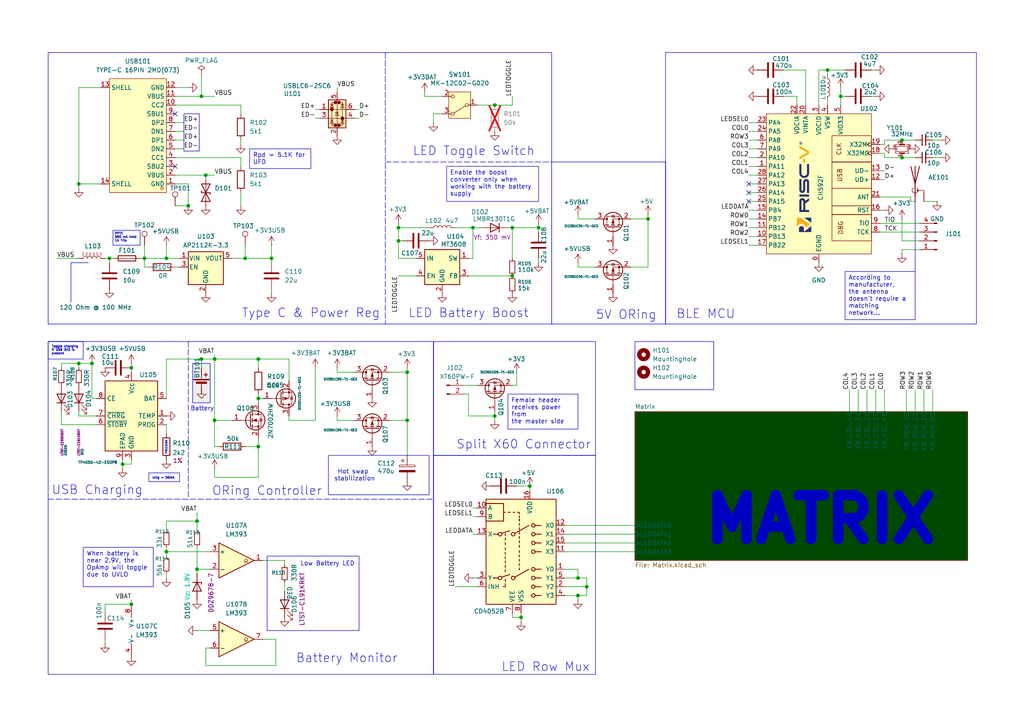
<source format=kicad_sch>
(kicad_sch (version 20250114) (generator "eeschema") (generator_version "9.0")
  (paper "A4")
  (title_block (title "Tastatur the BLE Keyboard") (date "2025-07-18") (rev "0") (company "Daniel (steewBSD)"))
  (rectangle (start 125.73 132.08) (end 172.72 195.58))
  (rectangle (start 13.97 99.06) (end 125.73 195.58))
  (rectangle (start 193.04 15.24) (end 283.21 93.98))
  (rectangle (start 55.88 105.41) (end 60.96 116.84) (fill (type color) (color 194 194 194 0.25)))
  (rectangle (start 184.15 99.06) (end 207.01 113.03))
  (rectangle (start 53.34 33.02) (end 57.785 43.815))
  (rectangle (start 125.73 99.06) (end 172.72 132.08))
  (rectangle (start 95.25 132.08) (end 124.46 143.51))
  (rectangle (start 160.02 46.99) (end 193.04 93.98))
  (rectangle (start 77.47 161.29) (end 104.14 182.88))
  (rectangle (start 13.97 15.24) (end 160.02 93.98))
  (text "LED Toggle Switch" (at 137.414 43.942 0) (effects (font (size 2.54 2.54))))
  (text "Hot swap \nstabilization" (at 102.87 137.922 0) (effects (font (size 1.27 1.27))))
  (text "MATRIX" (at 237.998 150.876 0) (effects (font (size 12.7 12.7) (thickness 3.048) (bold yes))))
  (text "PRECISION" (at 48.26 129.794 90) (effects (font (size 0.508 0.508))))
  (text "Low Battery LED" (at 94.996 163.576 0) (effects (font (size 1.27 1.27))))
  (text "5V ORing" (at 181.61 91.44 0) (effects (font (size 2.54 2.54))))
  (text "USB Charging" (at 28.194 142.24 0) (effects (font (size 2.54 2.54))))
  (text "BLE MCU" (at 204.724 91.186 0) (effects (font (size 2.54 2.54))))
  (text "Battery" (at 58.674 118.618 0) (effects (font (size 1.27 1.27))))
  (text "Split X60 Connector" (at 151.892 129.032 0) (effects (font (size 2.54 2.54))))
  (text "Battery Monitor" (at 100.584 191.008 0) (effects (font (size 2.54 2.54))))
  (text "ORing Controller" (at 77.47 142.494 0) (effects (font (size 2.54 2.54))))
  (text "LED Battery Boost" (at 135.89 90.932 0) (effects (font (size 2.54 2.54))))
  (text "Type C & Power Reg" (at 90.17 90.932 0) (effects (font (size 2.54 2.54))))
  (text "LED Row Mux" (at 158.242 193.548 0) (effects (font (size 2.54 2.54))))
  (text_box "According to manufacturer,\nthe antenna doesn't require a matching\nnetwork..." (at 245.11 78.74 0) (size 20.32 13.97) (margins 0.9525 0.9525 0.9525 0.9525) (effects (font (size 1.27 1.27)) (justify left top)))
  (text_box "Ichg = 50mA" (at 43.18 137.16 0) (size 8.89 2.54) (margins 0.9525 0.9525 0.9525 0.9525) (effects (font (size 0.635 0.635)) (justify left top)))
  (text_box "PPTC \n500 mA hold\n1A Trip" (at 32.766 66.802 0) (size 7.874 4.318) (margins 0.4763 0.4763 0.4763 0.4763) (effects (font (size 0.635 0.635)) (justify left top)))
  (text_box "Toggle charging if USB 3V3 is present" (at 13.97 99.06 0) (size 10.16 5.08) (margins 0.9525 0.9525 0.9525 0.9525) (effects (font (size 0.635 0.635)) (justify left top)))
  (text_box "When battery is near 2.9V, the OpAmp will toggle due to UVLO" (at 24.13 158.75 0) (size 20.32 11.43) (margins 0.9525 0.9525 0.9525 0.9525) (effects (font (size 1.27 1.27)) (justify left top)))
  (text_box "Enable the boost converter only when working with the battery supply" (at 129.54 48.26 0) (size 26.67 10.16) (margins 0.9525 0.9525 0.9525 0.9525) (effects (font (size 1.27 1.27)) (justify left top)))
  (text_box "Female header receives power from\nthe master side" (at 147.32 114.3 0) (size 20.32 10.16) (margins 0.9525 0.9525 0.9525 0.9525) (effects (font (size 1.27 1.27)) (justify left top)))
  (text_box "Rpd = 5.1K for\nUFD" (at 72.39 43.18 0) (size 17.78 5.715) (margins 0.9525 0.9525 0.9525 0.9525) (effects (font (size 1.27 1.27)) (justify left top)))
  (junction (at 243.84 27.94))
  (junction (at 57.15 151.13))
  (junction (at 148.59 80.01))
  (junction (at 167.64 172.72))
  (junction (at 78.74 74.93))
  (junction (at 41.91 74.93))
  (junction (at 71.12 74.93))
  (junction (at 156.21 66.04))
  (junction (at 22.86 53.34))
  (junction (at 74.93 104.14))
  (junction (at 240.03 20.32))
  (junction (at 74.93 115.57))
  (junction (at 170.18 170.18))
  (junction (at 58.42 27.94))
  (junction (at 48.26 160.02))
  (junction (at 118.11 107.95))
  (junction (at 31.75 74.93))
  (junction (at 143.51 120.65))
  (junction (at 59.69 50.8))
  (junction (at 26.67 105.41))
  (junction (at 148.59 66.04))
  (junction (at 151.13 179.07))
  (junction (at 115.57 69.85))
  (junction (at 261.62 40.64))
  (junction (at 118.11 121.92))
  (junction (at 57.15 165.1))
  (junction (at 38.1 106.68))
  (junction (at 58.42 104.14))
  (junction (at 187.96 63.5))
  (junction (at 62.23 121.92))
  (junction (at 261.62 45.72))
  (junction (at 62.23 104.14))
  (junction (at 143.51 30.48))
  (junction (at 48.26 74.93))
  (junction (at 54.61 59.69))
  (junction (at 167.64 167.64))
  (junction (at 115.57 66.04))
  (junction (at 137.16 66.04))
  (junction (at 35.56 134.62))
  (junction (at 74.93 129.54))
  (junction (at 38.1 175.26))
  (junction (at 22.86 105.41))
  (junction (at 153.67 140.97))
  (no_connect (at 217.17 55.88))
  (no_connect (at 217.17 58.42))
  (no_connect (at 217.17 53.34))
  (no_connect (at 50.8 33.02))
  (no_connect (at 50.8 48.26))
  (wire (pts (xy 17.78 105.41) (xy 22.86 105.41)))
  (wire (pts (xy 74.93 129.54) (xy 74.93 138.43)))
  (wire (pts (xy 270.51 40.64) (xy 273.05 40.64)))
  (wire (pts (xy 143.51 121.92) (xy 143.51 120.65)))
  (wire (pts (xy 217.17 40.64) (xy 219.71 40.64)))
  (wire (pts (xy 62.23 138.43) (xy 74.93 138.43)))
  (wire (pts (xy 38.1 134.62) (xy 35.56 134.62)))
  (wire (pts (xy 50.8 45.72) (xy 69.85 45.72)))
  (wire (pts (xy 31.75 76.2) (xy 31.75 74.93)))
  (wire (pts (xy 62.23 135.89) (xy 62.23 138.43)))
  (wire (pts (xy 82.55 171.45) (xy 82.55 168.91)))
  (wire (pts (xy 264.16 57.15) (xy 255.27 57.15)))
  (wire (pts (xy 35.56 133.35) (xy 35.56 134.62)))
  (wire (pts (xy 16.51 74.93) (xy 22.86 74.93)))
  (wire (pts (xy 102.87 34.29) (xy 104.14 34.29)))
  (wire (pts (xy 17.78 119.38) (xy 17.78 123.19)))
  (wire (pts (xy 97.79 120.65) (xy 97.79 121.92)))
  (wire (pts (xy 59.69 50.8) (xy 62.23 50.8)))
  (wire (pts (xy 54.61 53.34) (xy 50.8 53.34)))
  (wire (pts (xy 59.69 187.96) (xy 59.69 193.04)))
  (wire (pts (xy 53.34 43.18) (xy 50.8 43.18)))
  (wire (pts (xy 57.15 182.88) (xy 60.96 182.88)))
  (wire (pts (xy 151.13 180.34) (xy 151.13 179.07)))
  (wire (pts (xy 74.93 127) (xy 74.93 129.54)))
  (wire (pts (xy 148.59 66.04) (xy 148.59 74.93)))
  (wire (pts (xy 254 27.94) (xy 252.73 27.94)))
  (wire (pts (xy 217.17 48.26) (xy 219.71 48.26)))
  (wire (pts (xy 113.03 107.95) (xy 118.11 107.95)))
  (wire (pts (xy 54.61 53.34) (xy 54.61 59.69)))
  (wire (pts (xy 63.5 129.54) (xy 62.23 129.54)))
  (wire (pts (xy 256.54 44.45) (xy 256.54 45.72)))
  (wire (pts (xy 115.57 69.85) (xy 115.57 74.93)))
  (wire (pts (xy 167.64 77.47) (xy 172.72 77.47)))
  (wire (pts (xy 50.8 50.8) (xy 59.69 50.8)))
  (wire (pts (xy 78.74 74.93) (xy 78.74 76.2)))
  (wire (pts (xy 50.8 77.47) (xy 52.07 77.47)))
  (wire (pts (xy 137.16 147.32) (xy 138.43 147.32)))
  (wire (pts (xy 41.91 77.47) (xy 41.91 74.93)))
  (wire (pts (xy 237.49 20.32) (xy 240.03 20.32)))
  (wire (pts (xy 147.32 66.04) (xy 148.59 66.04)))
  (wire (pts (xy 255.27 41.91) (xy 256.54 41.91)))
  (wire (pts (xy 62.23 102.87) (xy 62.23 104.14)))
  (wire (pts (xy 22.86 105.41) (xy 22.86 106.68)))
  (wire (pts (xy 48.26 158.75) (xy 48.26 160.02)))
  (wire (pts (xy 231.14 30.48) (xy 231.14 27.94)))
  (wire (pts (xy 261.62 63.5) (xy 261.62 69.85)))
  (wire (pts (xy 50.8 30.48) (xy 69.85 30.48)))
  (wire (pts (xy 163.83 170.18) (xy 170.18 170.18)))
  (wire (pts (xy 167.64 167.64) (xy 163.83 167.64)))
  (wire (pts (xy 217.17 45.72) (xy 219.71 45.72)))
  (wire (pts (xy 138.43 167.64) (xy 137.16 167.64)))
  (wire (pts (xy 118.11 106.68) (xy 118.11 107.95)))
  (wire (pts (xy 264.16 58.42) (xy 265.43 58.42)))
  (wire (pts (xy 261.62 73.66) (xy 261.62 72.39)))
  (wire (pts (xy 256.54 45.72) (xy 261.62 45.72)))
  (wire (pts (xy 57.15 148.59) (xy 57.15 151.13)))
  (wire (pts (xy 270.51 113.03) (xy 270.51 119.38)))
  (wire (pts (xy 58.42 104.14) (xy 62.23 104.14)))
  (wire (pts (xy 30.48 175.26) (xy 38.1 175.26)))
  (polyline (pts (xy 265.43 57.15) (xy 265.43 78.74)))
  (wire (pts (xy 71.12 129.54) (xy 74.93 129.54)))
  (wire (pts (xy 132.08 66.04) (xy 137.16 66.04)))
  (wire (pts (xy 22.86 105.41) (xy 26.67 105.41)))
  (wire (pts (xy 135.89 120.65) (xy 143.51 120.65)))
  (wire (pts (xy 31.75 74.93) (xy 33.02 74.93)))
  (wire (pts (xy 137.16 154.94) (xy 138.43 154.94)))
  (wire (pts (xy 71.12 74.93) (xy 78.74 74.93)))
  (wire (pts (xy 187.96 62.23) (xy 187.96 63.5)))
  (wire (pts (xy 58.42 27.94) (xy 62.23 27.94)))
  (wire (pts (xy 118.11 107.95) (xy 118.11 121.92)))
  (polyline (pts (xy 111.76 46.99) (xy 160.02 46.99)) (stroke (width 0) (type dash)))
  (wire (pts (xy 125.73 33.02) (xy 128.27 33.02)))
  (wire (pts (xy 265.43 113.03) (xy 265.43 119.38)))
  (wire (pts (xy 261.62 40.64) (xy 265.43 40.64)))
  (wire (pts (xy 48.26 160.02) (xy 60.96 160.02)))
  (wire (pts (xy 137.16 66.04) (xy 139.7 66.04)))
  (wire (pts (xy 113.03 121.92) (xy 118.11 121.92)))
  (wire (pts (xy 48.26 151.13) (xy 48.26 153.67)))
  (wire (pts (xy 115.57 69.85) (xy 116.84 69.85)))
  (wire (pts (xy 97.79 107.95) (xy 102.87 107.95)))
  (wire (pts (xy 41.91 77.47) (xy 43.18 77.47)))
  (wire (pts (xy 48.26 71.12) (xy 48.26 74.93)))
  (wire (pts (xy 167.64 62.23) (xy 167.64 63.5)))
  (wire (pts (xy 41.91 74.93) (xy 48.26 74.93)))
  (wire (pts (xy 132.08 170.18) (xy 138.43 170.18)))
  (wire (pts (xy 163.83 157.48) (xy 184.15 157.48)))
  (wire (pts (xy 123.19 27.94) (xy 128.27 27.94)))
  (wire (pts (xy 48.26 123.19) (xy 48.26 125.73)))
  (wire (pts (xy 261.62 72.39) (xy 266.7 72.39)))
  (wire (pts (xy 217.17 43.18) (xy 219.71 43.18)))
  (wire (pts (xy 167.64 172.72) (xy 170.18 172.72)))
  (wire (pts (xy 217.17 68.58) (xy 219.71 68.58)))
  (wire (pts (xy 217.17 63.5) (xy 219.71 63.5)))
  (wire (pts (xy 217.17 53.34) (xy 219.71 53.34)))
  (wire (pts (xy 83.82 104.14) (xy 83.82 110.49)))
  (polyline (pts (xy 20.574 76.2) (xy 25.654 76.2)))
  (wire (pts (xy 58.42 106.68) (xy 58.42 104.14)))
  (wire (pts (xy 48.26 167.64) (xy 48.26 166.37)))
  (wire (pts (xy 163.83 160.02) (xy 184.15 160.02)))
  (wire (pts (xy 74.93 104.14) (xy 74.93 106.68)))
  (wire (pts (xy 264.16 58.42) (xy 264.16 57.15)))
  (wire (pts (xy 80.01 193.04) (xy 80.01 185.42)))
  (wire (pts (xy 48.26 161.29) (xy 48.26 160.02)))
  (wire (pts (xy 69.85 40.64) (xy 69.85 41.91)))
  (wire (pts (xy 261.62 69.85) (xy 266.7 69.85)))
  (wire (pts (xy 233.68 20.32) (xy 233.68 30.48)))
  (wire (pts (xy 256.54 52.07) (xy 255.27 52.07)))
  (wire (pts (xy 62.23 104.14) (xy 74.93 104.14)))
  (wire (pts (xy 22.86 25.4) (xy 29.21 25.4)))
  (wire (pts (xy 217.17 58.42) (xy 219.71 58.42)))
  (wire (pts (xy 217.17 66.04) (xy 219.71 66.04)))
  (wire (pts (xy 48.26 74.93) (xy 52.07 74.93)))
  (wire (pts (xy 38.1 105.41) (xy 38.1 106.68)))
  (wire (pts (xy 134.62 111.76) (xy 138.43 111.76)))
  (wire (pts (xy 261.62 45.72) (xy 265.43 45.72)))
  (wire (pts (xy 59.69 50.8) (xy 59.69 52.07)))
  (wire (pts (xy 256.54 113.03) (xy 256.54 119.38)))
  (wire (pts (xy 255.27 49.53) (xy 256.54 49.53)))
  (wire (pts (xy 156.21 64.77) (xy 156.21 66.04)))
  (wire (pts (xy 255.27 60.96) (xy 256.54 60.96)))
  (wire (pts (xy 227.33 20.32) (xy 233.68 20.32)))
  (wire (pts (xy 217.17 35.56) (xy 219.71 35.56)))
  (wire (pts (xy 78.74 71.12) (xy 78.74 74.93)))
  (wire (pts (xy 118.11 121.92) (xy 118.11 132.08)))
  (wire (pts (xy 104.14 31.75) (xy 102.87 31.75)))
  (wire (pts (xy 167.64 63.5) (xy 172.72 63.5)))
  (wire (pts (xy 138.43 30.48) (xy 143.51 30.48)))
  (wire (pts (xy 74.93 115.57) (xy 76.2 115.57)))
  (wire (pts (xy 115.57 66.04) (xy 124.46 66.04)))
  (wire (pts (xy 270.51 45.72) (xy 273.05 45.72)))
  (wire (pts (xy 243.84 27.94) (xy 243.84 30.48)))
  (wire (pts (xy 243.84 25.4) (xy 243.84 27.94)))
  (wire (pts (xy 271.78 58.42) (xy 267.97 58.42)))
  (wire (pts (xy 217.17 50.8) (xy 219.71 50.8)))
  (wire (pts (xy 97.79 25.4) (xy 97.79 26.67)))
  (wire (pts (xy 149.86 140.97) (xy 153.67 140.97)))
  (wire (pts (xy 148.59 111.76) (xy 149.86 111.76)))
  (wire (pts (xy 50.8 27.94) (xy 58.42 27.94)))
  (wire (pts (xy 153.67 140.97) (xy 153.67 142.24)))
  (wire (pts (xy 74.93 104.14) (xy 83.82 104.14)))
  (wire (pts (xy 22.86 119.38) (xy 22.86 120.65)))
  (wire (pts (xy 227.33 27.94) (xy 231.14 27.94)))
  (wire (pts (xy 22.86 53.34) (xy 22.86 54.61)))
  (wire (pts (xy 22.86 120.65) (xy 27.94 120.65)))
  (wire (pts (xy 48.26 115.57) (xy 48.26 104.14)))
  (wire (pts (xy 156.21 66.04) (xy 156.21 67.31)))
  (wire (pts (xy 256.54 41.91) (xy 256.54 40.64)))
  (wire (pts (xy 240.03 20.32) (xy 245.11 20.32)))
  (wire (pts (xy 57.15 165.1) (xy 60.96 165.1)))
  (wire (pts (xy 50.8 38.1) (xy 53.34 38.1)))
  (wire (pts (xy 67.31 121.92) (xy 62.23 121.92)))
  (wire (pts (xy 148.59 179.07) (xy 151.13 179.07)))
  (wire (pts (xy 26.67 105.41) (xy 26.67 115.57)))
  (wire (pts (xy 148.59 177.8) (xy 148.59 179.07)))
  (wire (pts (xy 27.94 123.19) (xy 17.78 123.19)))
  (wire (pts (xy 57.15 153.67) (xy 57.15 151.13)))
  (wire (pts (xy 187.96 63.5) (xy 187.96 77.47)))
  (wire (pts (xy 251.46 113.03) (xy 251.46 119.38)))
  (wire (pts (xy 91.44 34.29) (xy 92.71 34.29)))
  (wire (pts (xy 38.1 173.99) (xy 38.1 175.26)))
  (wire (pts (xy 266.7 64.77) (xy 255.27 64.77)))
  (wire (pts (xy 50.8 59.69) (xy 54.61 59.69)))
  (wire (pts (xy 170.18 170.18) (xy 170.18 167.64)))
  (wire (pts (xy 35.56 134.62) (xy 35.56 135.89)))
  (wire (pts (xy 115.57 80.01) (xy 120.65 80.01)))
  (wire (pts (xy 97.79 121.92) (xy 102.87 121.92)))
  (wire (pts (xy 29.21 53.34) (xy 22.86 53.34)))
  (wire (pts (xy 240.03 29.21) (xy 240.03 30.48)))
  (wire (pts (xy 26.67 115.57) (xy 27.94 115.57)))
  (wire (pts (xy 148.59 66.04) (xy 156.21 66.04)))
  (wire (pts (xy 217.17 60.96) (xy 219.71 60.96)))
  (wire (pts (xy 38.1 133.35) (xy 38.1 134.62)))
  (wire (pts (xy 115.57 64.77) (xy 115.57 66.04)))
  (wire (pts (xy 17.78 105.41) (xy 17.78 106.68)))
  (wire (pts (xy 62.23 104.14) (xy 62.23 121.92)))
  (wire (pts (xy 97.79 106.68) (xy 97.79 107.95)))
  (wire (pts (xy 125.73 35.56) (xy 125.73 33.02)))
  (wire (pts (xy 123.19 26.67) (xy 123.19 27.94)))
  (wire (pts (xy 237.49 20.32) (xy 237.49 30.48)))
  (wire (pts (xy 57.15 166.37) (xy 57.15 165.1)))
  (wire (pts (xy 137.16 149.86) (xy 138.43 149.86)))
  (wire (pts (xy 57.15 158.75) (xy 57.15 165.1)))
  (wire (pts (xy 91.44 106.68) (xy 91.44 121.92)))
  (wire (pts (xy 30.48 74.93) (xy 31.75 74.93)))
  (wire (pts (xy 137.16 66.04) (xy 137.16 74.93)))
  (wire (pts (xy 50.8 35.56) (xy 53.34 35.56)))
  (wire (pts (xy 74.93 115.57) (xy 74.93 116.84)))
  (wire (pts (xy 151.13 179.07) (xy 151.13 177.8)))
  (wire (pts (xy 53.34 40.64) (xy 50.8 40.64)))
  (wire (pts (xy 170.18 170.18) (xy 170.18 172.72)))
  (wire (pts (xy 256.54 40.64) (xy 261.62 40.64)))
  (wire (pts (xy 267.97 113.03) (xy 267.97 119.38)))
  (wire (pts (xy 217.17 55.88) (xy 219.71 55.88)))
  (wire (pts (xy 71.12 71.12) (xy 71.12 74.93)))
  (wire (pts (xy 82.55 163.83) (xy 82.55 162.56)))
  (wire (pts (xy 167.64 165.1) (xy 163.83 165.1)))
  (wire (pts (xy 167.64 173.99) (xy 167.64 172.72)))
  (wire (pts (xy 254 20.32) (xy 252.73 20.32)))
  (wire (pts (xy 143.51 30.48) (xy 148.59 30.48)))
  (wire (pts (xy 30.48 186.69) (xy 30.48 185.42)))
  (wire (pts (xy 134.62 114.3) (xy 135.89 114.3)))
  (polyline (pts (xy 111.76 15.24) (xy 111.76 93.98)) (stroke (width 0) (type dash)))
  (wire (pts (xy 62.23 121.92) (xy 62.23 129.54)))
  (wire (pts (xy 167.64 167.64) (xy 170.18 167.64)))
  (wire (pts (xy 143.51 120.65) (xy 143.51 119.38)))
  (wire (pts (xy 50.8 25.4) (xy 54.61 25.4)))
  (wire (pts (xy 83.82 121.92) (xy 91.44 121.92)))
  (wire (pts (xy 69.85 30.48) (xy 69.85 33.02)))
  (wire (pts (xy 58.42 114.3) (xy 58.42 113.03)))
  (wire (pts (xy 38.1 106.68) (xy 38.1 107.95)))
  (wire (pts (xy 40.64 74.93) (xy 41.91 74.93)))
  (wire (pts (xy 22.86 25.4) (xy 22.86 53.34)))
  (wire (pts (xy 167.64 76.2) (xy 167.64 77.47)))
  (wire (pts (xy 135.89 74.93) (xy 137.16 74.93)))
  (wire (pts (xy 67.31 74.93) (xy 71.12 74.93)))
  (wire (pts (xy 266.7 67.31) (xy 255.27 67.31)))
  (wire (pts (xy 41.91 71.12) (xy 41.91 74.93)))
  (wire (pts (xy 59.69 193.04) (xy 80.01 193.04)))
  (wire (pts (xy 248.92 113.03) (xy 248.92 119.38)))
  (wire (pts (xy 148.59 27.94) (xy 148.59 30.48)))
  (wire (pts (xy 135.89 80.01) (xy 148.59 80.01)))
  (wire (pts (xy 255.27 44.45) (xy 256.54 44.45)))
  (wire (pts (xy 83.82 120.65) (xy 83.82 121.92)))
  (wire (pts (xy 167.64 172.72) (xy 163.83 172.72)))
  (wire (pts (xy 58.42 21.59) (xy 58.42 27.94)))
  (wire (pts (xy 78.74 85.09) (xy 78.74 83.82)))
  (wire (pts (xy 163.83 154.94) (xy 184.15 154.94)))
  (wire (pts (xy 115.57 66.04) (xy 115.57 69.85)))
  (wire (pts (xy 243.84 27.94) (xy 245.11 27.94)))
  (wire (pts (xy 74.93 114.3) (xy 74.93 115.57)))
  (wire (pts (xy 149.86 107.95) (xy 149.86 111.76)))
  (wire (pts (xy 69.85 48.26) (xy 69.85 45.72)))
  (wire (pts (xy 91.44 31.75) (xy 92.71 31.75)))
  (wire (pts (xy 246.38 113.03) (xy 246.38 119.38)))
  (wire (pts (xy 76.2 162.56) (xy 82.55 162.56)))
  (wire (pts (xy 182.88 63.5) (xy 187.96 63.5)))
  (wire (pts (xy 115.57 74.93) (xy 120.65 74.93)))
  (wire (pts (xy 167.64 167.64) (xy 167.64 165.1)))
  (wire (pts (xy 156.21 76.2) (xy 156.21 74.93)))
  (wire (pts (xy 48.26 104.14) (xy 58.42 104.14)))
  (wire (pts (xy 135.89 114.3) (xy 135.89 120.65)))
  (wire (pts (xy 163.83 152.4) (xy 184.15 152.4)))
  (wire (pts (xy 217.17 71.12) (xy 219.71 71.12)))
  (wire (pts (xy 254 113.03) (xy 254 119.38)))
  (wire (pts (xy 60.96 187.96) (xy 59.69 187.96)))
  (wire (pts (xy 262.89 113.03) (xy 262.89 119.38)))
  (wire (pts (xy 217.17 38.1) (xy 219.71 38.1)))
  (wire (pts (xy 69.85 59.69) (xy 69.85 55.88)))
  (polyline (pts (xy 20.574 87.63) (xy 20.574 76.2)))
  (polyline (pts (xy 54.61 99.06) (xy 54.61 144.78)) (stroke (width 0) (type dash)))
  (wire (pts (xy 76.2 185.42) (xy 80.01 185.42)))
  (wire (pts (xy 48.26 151.13) (xy 57.15 151.13)))
  (wire (pts (xy 30.48 177.8) (xy 30.48 175.26)))
  (polyline (pts (xy 13.97 144.78) (xy 125.73 144.78)) (stroke (width 0) (type dash)))
  (wire (pts (xy 240.03 20.32) (xy 240.03 21.59)))
  (wire (pts (xy 182.88 77.47) (xy 187.96 77.47)))
  (label "COL2" (at 217.17 45.72 180))
  (label "VBUS" (at 16.51 74.93 0))
  (label "COL0" (at 256.54 113.03 90))
  (label "D+" (at 104.14 31.75 0))
  (label "COL1" (at 254 113.03 90))
  (label "ROW2" (at 265.43 113.03 90))
  (label "ROW2" (at 217.17 68.58 180))
  (label "LEDSEL1" (at 217.17 71.12 180))
  (label "ROW0" (at 270.51 113.03 90))
  (label "ROW1" (at 217.17 66.04 180))
  (label "COL2" (at 251.46 113.03 90))
  (label "ROW3" (at 217.17 40.64 180))
  (label "TCK" (at 256.54 67.31 0))
  (label "VBUS" (at 62.23 50.8 0))
  (label "COL4" (at 217.17 50.8 180))
  (label "COL1" (at 217.17 48.26 180))
  (label "ROW3" (at 262.89 113.03 90))
  (label "VBAT" (at 62.23 102.87 180))
  (label "D-" (at 104.14 34.29 0))
  (label "ED+" (at 53.34 35.56 0))
  (label "ROW1" (at 267.97 113.03 90))
  (label "ED+" (at 91.44 31.75 180))
  (label "COL4" (at 246.38 113.03 90))
  (label "TIO" (at 256.54 64.77 0))
  (label "VBAT" (at 57.15 148.59 180))
  (label "D-" (at 256.54 49.53 0))
  (label "VBUS" (at 62.23 27.94 0))
  (label "ED-" (at 91.44 34.29 180))
  (label "ROW0" (at 217.17 63.5 180))
  (label "VBUS" (at 97.79 25.4 0))
  (label "LEDSEL0" (at 217.17 35.56 180))
  (label "LEDDATA" (at 217.17 60.96 180))
  (label "ED-" (at 53.34 43.18 0))
  (label "VBAT" (at 38.1 173.99 180))
  (label "ED-" (at 53.34 38.1 0))
  (label "COL0" (at 217.17 38.1 180))
  (label "LEDTOGGLE" (at 115.57 80.01 270))
  (label "LEDTOGGLE" (at 148.59 27.94 90))
  (label "COL3" (at 248.92 113.03 90))
  (label "LEDDATA" (at 137.16 154.94 180))
  (label "LEDSEL0" (at 137.16 147.32 180))
  (label "D+" (at 256.54 52.07 0))
  (label "COL3" (at 217.17 43.18 180))
  (label "LEDSEL1" (at 137.16 149.86 180))
  (label "ED+" (at 53.34 40.64 0))
  (label "LEDTOGGLE" (at 132.08 170.18 90))
  (symbol (lib_id "power:GND") (at 22.86 54.61 0) (unit 1)
    (property "Reference" "#PWR0116" (effects (hide yes)))
    (property "Value" "GND" (effects (hide yes)))
    (property "Description" "Power symbol creates a global label with name \"GND\" , ground" (effects (hide yes)))
  )
  (symbol (lib_id "power:GND") (at 259.08 43.18 270) (unit 1)
    (property "Reference" "#PWR0113" (effects (hide yes)))
    (property "Value" "GND" (effects (hide yes)))
    (property "Description" "Power symbol creates a global label with name \"GND\" , ground" (effects (hide yes)))
  )
  (symbol (lib_id "power:+5V") (at 167.64 76.2 0) (unit 1)
    (property "Reference" "#PWR0133" (effects (hide yes)))
    (property "Value" "+5VUSB" (at 167.386 72.136 0))
    (property "Description" "Power symbol creates a global label with name \"+5V\"" (effects (hide yes)))
  )
  (symbol (lib_id "power:GND") (at 256.54 60.96 90) (unit 1)
    (property "Reference" "#PWR0121" (effects (hide yes)))
    (property "Value" "GND" (effects (hide yes)))
    (property "Description" "Power symbol creates a global label with name \"GND\" , ground" (effects (hide yes)))
  )
  (symbol (lib_id "Switch:SW_SPDT_312") (at 133.35 30.48 180) (unit 1)
    (property "Reference" "SW101" (at 133.35 21.59 0))
    (property "Value" "MK-12C02-G020" (at 133.35 24.13 0))
    (property "Footprint" "Button_Switch_SMD:SW_SPDT_PCM12" (effects (hide yes)))
    (property "Description" "Switch, single pole double throw" (effects (hide yes)))
    (property "PN" "C963206" (effects (hide yes)))
  )
  (symbol (lib_id "Diode:BZT52Bxx") (at 57.15 170.18 270) (unit 1)
    (property "Reference" "D105" (at 54.356 174.498 0) (effects (justify left)))
    (property "Value" "DDZ9678-7" (effects (hide yes)))
    (property "Footprint" "Diode_SMD:D_SOD-123F" (effects (hide yes)))
    (property "Datasheet" "https://diotec.com/tl_files/diotec/files/pdf/datasheets/bzt52b2v4.pdf" (effects (hide yes)))
    (property "Description" "500mW Zener Diode, SOD-123F" (effects (hide yes)))
    (property "PN" "DDZ9678-7" (at 61.214 171.958 0))
    (property "Vz" "1.8V" (at 54.356 170.18 0) (show_name yes))
  )
  (symbol (lib_id "power:GND") (at 30.48 106.68 0) (unit 1)
    (property "Reference" "#PWR0143" (effects (hide yes)))
    (property "Value" "GND" (effects (hide yes)))
    (property "Description" "Power symbol creates a global label with name \"GND\" , ground" (effects (hide yes)))
  )
  (symbol (lib_id "power:GND") (at 264.16 43.18 90) (unit 1)
    (property "Reference" "#PWR0114" (effects (hide yes)))
    (property "Value" "GND" (effects (hide yes)))
    (property "Description" "Power symbol creates a global label with name \"GND\" , ground" (effects (hide yes)))
  )
  (symbol (lib_id "Device:R_Small") (at 48.26 156.21 0) (unit 1)
    (property "Reference" "R112" (at 44.958 154.178 0) (effects (font (size 1.016 1.016)) (justify left)))
    (property "Value" "33k" (at 46.228 159.004 90) (effects (justify left)))
    (property "Footprint" "Resistor_SMD:R_0603_1608Metric_Pad0.98x0.95mm_HandSolder" (effects (hide yes)))
    (property "Description" "Resistor, small symbol" (effects (hide yes)))
  )
  (symbol (lib_id "Connector:TestPoint") (at 50.8 59.69 0) (unit 1)
    (property "Reference" "TP101" (at 49.276 54.61 0) (effects (justify left)))
    (property "Value" "TestPoint" (effects (hide yes)))
    (property "Footprint" "TestPoint:TestPoint_Pad_D1.0mm" (effects (hide yes)))
    (property "Description" "test point" (effects (hide yes)))
  )
  (symbol (lib_id "Device:C_Small") (at 267.97 40.64 90) (unit 1)
    (property "Reference" "C105" (at 270.764 39.116 90))
    (property "Value" "10p" (at 270.764 42.164 90))
    (property "Footprint" "Capacitor_SMD:C_0603_1608Metric_Pad1.08x0.95mm_HandSolder" (effects (hide yes)))
    (property "Description" "Unpolarized capacitor, small symbol" (effects (hide yes)))
  )
  (symbol (lib_id "Device:D_TVS") (at 59.69 55.88 90) (unit 1)
    (property "Reference" "D101" (at 62.23 54.6099 90) (effects (justify right)))
    (property "Value" "CPDUR5V0HE-HF" (effects (hide yes)))
    (property "Footprint" "Diode_SMD:D_0603_1608Metric_Pad1.05x0.95mm_HandSolder" (effects (hide yes)))
    (property "Description" "Bidirectional transient-voltage-suppression diode" (effects (hide yes)))
    (property "InvenTree" "58" (effects (hide yes)))
  )
  (symbol (lib_id "Device:C") (at 248.92 20.32 90) (unit 1)
    (property "Reference" "C102" (at 252.222 16.51 90))
    (property "Value" "4u7" (at 252.222 18.542 90))
    (property "Footprint" "Capacitor_SMD:C_0603_1608Metric_Pad1.08x0.95mm_HandSolder" (effects (hide yes)))
    (property "Description" "Unpolarized capacitor" (effects (hide yes)))
  )
  (symbol (lib_id "power:GND") (at 59.69 59.69 0) (unit 1)
    (property "Reference" "#PWR0119" (effects (hide yes)))
    (property "Value" "GND" (effects (hide yes)))
    (property "Description" "Power symbol creates a global label with name \"GND\" , ground" (effects (hide yes)))
  )
  (symbol (lib_id "power:GND") (at 261.62 73.66 0) (unit 1)
    (property "Reference" "#PWR0131" (effects (hide yes)))
    (property "Value" "GND" (effects (hide yes)))
    (property "Description" "Power symbol creates a global label with name \"GND\" , ground" (effects (hide yes)))
  )
  (symbol (lib_id "Mechanical:MountingHole") (at 186.69 102.87 0) (unit 1) (in_bom no)
    (property "Reference" "H101" (at 189.23 101.5999 0) (effects (justify left)))
    (property "Value" "MountingHole" (at 189.23 104.1399 0) (effects (justify left)))
    (property "Footprint" "MountingHole:MountingHole_2.2mm_M2_ISO7380" (effects (hide yes)))
    (property "Description" "Mounting Hole without connection" (effects (hide yes)))
  )
  (symbol (lib_id "power:GND") (at 48.26 120.65 90) (unit 1)
    (property "Reference" "#PWR0150" (effects (hide yes)))
    (property "Value" "GND" (effects (hide yes)))
    (property "Description" "Power symbol creates a global label with name \"GND\" , ground" (effects (hide yes)))
  )
  (symbol (lib_id "power:+5V") (at 156.21 64.77 0) (unit 1)
    (property "Reference" "#PWR0126" (effects (hide yes)))
    (property "Value" "+5VBAT" (at 155.702 61.214 0))
    (property "Description" "Power symbol creates a global label with name \"+5V\"" (effects (hide yes)))
  )
  (symbol (lib_id "power:+5V") (at 167.64 62.23 0) (unit 1)
    (property "Reference" "#PWR0122" (effects (hide yes)))
    (property "Value" "+5VBAT" (at 167.132 58.674 0))
    (property "Description" "Power symbol creates a global label with name \"+5V\"" (effects (hide yes)))
  )
  (symbol (lib_id "power:+5V") (at 153.67 140.97 0) (mirror y) (unit 1)
    (property "Reference" "#PWR0159" (effects (hide yes)))
    (property "Value" "+5V" (at 153.162 137.16 0))
    (property "Description" "Power symbol creates a global label with name \"+5V\"" (effects (hide yes)))
  )
  (symbol (lib_id "Battery_Management:TP4056-42-ESOP8") (at 38.1 120.65 0) (unit 1)
    (property "Reference" "U105" (at 40.386 108.712 0) (effects (justify left)))
    (property "Value" "TP4056-42-ESOP8" (at 22.606 134.112 0) (effects (font (size 0.762 0.762)) (justify left)))
    (property "Footprint" "Package_SO:SOP-8-1EP_4.57x4.57mm_P1.27mm_EP4.57x4.45mm" (effects (hide yes)))
    (property "Datasheet" "https://www.lcsc.com/datasheet/lcsc_datasheet_2410121619_TOPPOWER-Nanjing-Extension-Microelectronics-TP4056-42-ESOP8_C16581.pdf" (effects (hide yes)))
    (property "Description" "1A Standalone Linear Li-ion/LiPo single-cell battery charger, 4.2V ±1% charge voltage, VCC = 4.0..8.0V, SOIC-8 (SOP-8)" (effects (hide yes)))
  )
  (symbol (lib_id "Device:Fuse") (at 36.83 74.93 90) (unit 1)
    (property "Reference" "F101" (at 36.83 72.644 90))
    (property "Value" "1812L050/30PR" (effects (hide yes)))
    (property "Footprint" "Fuse:Fuse_1812_4532Metric_Pad1.30x3.40mm_HandSolder" (effects (hide yes)))
    (property "Description" "Fuse" (effects (hide yes)))
    (property "InvenTree" "63" (effects (hide yes)))
  )
  (symbol (lib_id "Device:Antenna_Shield") (at 265.43 53.34 0) (unit 1)
    (property "Reference" "AE101" (at 269.24 51.4349 0) (effects (justify left)))
    (property "Value" "Antenna_Shield" (effects (hide yes)))
    (property "Footprint" "Inductor_SMD:L_1206_3216Metric" (effects (hide yes)))
    (property "Description" "Antenna with extra pin for shielding" (effects (hide yes)))
  )
  (symbol (lib_id "power:GND") (at 124.46 69.85 90) (unit 1)
    (property "Reference" "#PWR0127" (effects (hide yes)))
    (property "Value" "GND" (effects (hide yes)))
    (property "Description" "Power symbol creates a global label with name \"GND\" , ground" (effects (hide yes)))
  )
  (symbol (lib_id "Connector:TestPoint") (at 41.91 71.12 0) (unit 1)
    (property "Reference" "TP102" (at 38.862 65.278 0) (effects (justify left)))
    (property "Value" "TestPoint" (effects (hide yes)))
    (property "Footprint" "TestPoint:TestPoint_Pad_D1.0mm" (effects (hide yes)))
    (property "Description" "test point" (effects (hide yes)))
  )
  (symbol (lib_id "Device:Crystal_GND24_Small") (at 261.62 43.18 90) (unit 1)
    (property "Reference" "Y101" (at 259.588 37.084 90))
    (property "Value" "32MHz" (at 261.62 38.862 90))
    (property "Footprint" "Crystal:Crystal_SMD_2016-4Pin_2.0x1.6mm" (effects (hide yes)))
    (property "Description" "Four pin crystal, GND on pins 2 and 4, small symbol" (effects (hide yes)))
    (property "PN" " XL7EL89CKI-111YLC-32M" (effects (hide yes)))
  )
  (symbol (lib_id "Device:Battery_Cell") (at 58.42 111.76 0) (unit 1)
    (property "Reference" "BT101" (at 57.15 109.728 90) (effects (justify left)))
    (property "Value" "Battery_Cell" (effects (hide yes)))
    (property "Footprint" "Battery:BatteryHolder_Keystone_1058_1x2032" (effects (hide yes)))
    (property "Description" "Single-cell battery" (effects (hide yes)))
  )
  (symbol (lib_id "power:GND") (at 31.75 83.82 0) (unit 1)
    (property "Reference" "#PWR0135" (effects (hide yes)))
    (property "Value" "GND" (effects (hide yes)))
    (property "Description" "Power symbol creates a global label with name \"GND\" , ground" (effects (hide yes)))
  )
  (symbol (lib_id "power:GND") (at 58.42 113.03 0) (unit 1)
    (property "Reference" "#PWR0148" (effects (hide yes)))
    (property "Value" "GND" (effects (hide yes)))
    (property "Description" "Power symbol creates a global label with name \"GND\" , ground" (effects (hide yes)))
  )
  (symbol (lib_id "power:GND") (at 143.51 38.1 0) (unit 1)
    (property "Reference" "#PWR0109" (effects (hide yes)))
    (property "Value" "GND" (effects (hide yes)))
    (property "Description" "Power symbol creates a global label with name \"GND\" , ground" (effects (hide yes)))
  )
  (symbol (lib_id "Transistor_FET:Q_PMOS_GSD") (at 107.95 110.49 90) (unit 1)
    (property "Reference" "Q103" (at 111.76 114.554 0) (effects (justify left)))
    (property "Value" "SI2301CDS-T1-GE3" (at 103.632 109.982 90) (effects (font (size 0.635 0.635)) (justify left)))
    (property "Footprint" "Package_TO_SOT_SMD:SOT-23_Handsoldering" (effects (hide yes)))
    (property "Description" "P-MOSFET transistor, gate/source/drain" (effects (hide yes)))
    (property "PN" "SI2301CDS-T1-GE3" (effects (hide yes)))
  )
  (symbol (lib_id "power:GND") (at 69.85 41.91 0) (unit 1)
    (property "Reference" "#PWR0112" (effects (hide yes)))
    (property "Value" "GND" (effects (hide yes)))
    (property "Description" "Power symbol creates a global label with name \"GND\" , ground" (effects (hide yes)))
  )
  (symbol (lib_id "Transistor_FET:Q_PMOS_GSD") (at 177.8 66.04 90) (unit 1)
    (property "Reference" "Q101" (at 181.61 70.104 0) (effects (justify left)))
    (property "Value" "SI2301CDS-T1-GE3" (at 173.482 65.532 90) (effects (font (size 0.635 0.635)) (justify left)))
    (property "Footprint" "Package_TO_SOT_SMD:SOT-23_Handsoldering" (effects (hide yes)))
    (property "Description" "P-MOSFET transistor, gate/source/drain" (effects (hide yes)))
    (property "PN" "SI2301CDS-T1-GE3" (effects (hide yes)))
  )
  (symbol (lib_id "Transistor_FET:Q_PMOS_GSD") (at 177.8 80.01 90) (unit 1)
    (property "Reference" "Q102" (at 181.61 84.074 0) (effects (justify left)))
    (property "Value" "SI2301CDS-T1-GE3" (at 173.482 80.264 90) (effects (font (size 0.635 0.635)) (justify left)))
    (property "Footprint" "Package_TO_SOT_SMD:SOT-23_Handsoldering" (effects (hide yes)))
    (property "Description" "P-MOSFET transistor, gate/source/drain" (effects (hide yes)))
    (property "PN" "SI2301CDS-T1-GE3" (effects (hide yes)))
  )
  (symbol (lib_id "power:GND") (at 148.59 85.09 0) (unit 1)
    (property "Reference" "#PWR0139" (effects (hide yes)))
    (property "Value" "GND" (effects (hide yes)))
    (property "Description" "Power symbol creates a global label with name \"GND\" , ground" (effects (hide yes)))
  )
  (symbol (lib_id "power:GND") (at 151.13 180.34 0) (unit 1)
    (property "Reference" "#PWR0165" (effects (hide yes)))
    (property "Value" "GND" (effects (hide yes)))
    (property "Description" "Power symbol creates a global label with name \"GND\" , ground" (effects (hide yes)))
  )
  (symbol (lib_id "Device:C") (at 78.74 80.01 0) (unit 1)
    (property "Reference" "C110" (at 82.55 78.7399 0) (effects (justify left)))
    (property "Value" "22u" (at 82.55 81.2799 0) (effects (justify left)))
    (property "Footprint" "Capacitor_SMD:C_0603_1608Metric_Pad1.08x0.95mm_HandSolder" (effects (hide yes)))
    (property "Description" "Unpolarized capacitor" (effects (hide yes)))
  )
  (symbol (lib_id "Mechanical:MountingHole") (at 186.69 107.95 0) (unit 1) (in_bom no)
    (property "Reference" "H102" (at 189.23 106.6799 0) (effects (justify left)))
    (property "Value" "MountingHole" (at 189.23 109.2199 0) (effects (justify left)))
    (property "Footprint" "MountingHole:MountingHole_2.2mm_M2_ISO7380" (effects (hide yes)))
    (property "Description" "Mounting Hole without connection" (effects (hide yes)))
  )
  (symbol (lib_id "power:+3.3V") (at 97.79 106.68 0) (unit 1)
    (property "Reference" "#PWR0145" (effects (hide yes)))
    (property "Value" "+3V3BAT" (at 99.06 102.362 0))
    (property "Description" "Power symbol creates a global label with name \"+3.3V\"" (effects (hide yes)))
  )
  (symbol (lib_id "power:GND") (at 273.05 45.72 90) (unit 1)
    (property "Reference" "#PWR0115" (effects (hide yes)))
    (property "Value" "GND" (effects (hide yes)))
    (property "Description" "Power symbol creates a global label with name \"GND\" , ground" (effects (hide yes)))
  )
  (symbol (lib_id "Analog_Switch:CD4052B") (at 151.13 160.02 0) (unit 1)
    (property "Reference" "U106" (at 158.496 142.494 0) (effects (justify left)))
    (property "Value" "CD4052B" (at 137.414 177.292 0) (effects (justify left)))
    (property "Footprint" "Package_SO:TSSOP-16_4.4x5mm_P0.65mm" (effects (hide yes)))
    (property "Datasheet" "http://www.ti.com/lit/ds/symlink/cd4052b.pdf" (effects (hide yes)))
    (property "Description" "CMOS double 4-channel analog multiplexer/demultiplexer, TSSOP-16/DIP-16/SOIC-16" (effects (hide yes)))
    (property "PN" "CD4052BMT/TR" (effects (hide yes)))
  )
  (symbol (lib_id "power:GND") (at 57.15 182.88 270) (unit 1)
    (property "Reference" "#PWR0166" (effects (hide yes)))
    (property "Value" "GND" (effects (hide yes)))
    (property "Description" "Power symbol creates a global label with name \"GND\" , ground" (effects (hide yes)))
  )
  (symbol (lib_id "power:GND") (at 143.51 121.92 0) (unit 1)
    (property "Reference" "#PWR0152" (effects (hide yes)))
    (property "Value" "GND" (effects (hide yes)))
    (property "Description" "Power symbol creates a global label with name \"GND\" , ground" (effects (hide yes)))
  )
  (symbol (lib_id "Device:C_Small") (at 267.97 45.72 90) (unit 1)
    (property "Reference" "C106" (at 270.764 44.196 90))
    (property "Value" "10p" (at 270.764 47.244 90))
    (property "Footprint" "Capacitor_SMD:C_0603_1608Metric_Pad1.08x0.95mm_HandSolder" (effects (hide yes)))
    (property "Description" "Unpolarized capacitor, small symbol" (effects (hide yes)))
  )
  (symbol (lib_id "power:+5V") (at 187.96 62.23 0) (mirror y) (unit 1)
    (property "Reference" "#PWR0123" (effects (hide yes)))
    (property "Value" "+5V" (at 187.452 58.42 0))
    (property "Description" "Power symbol creates a global label with name \"+5V\"" (effects (hide yes)))
  )
  (symbol (lib_id "power:+5V") (at 38.1 105.41 0) (unit 1)
    (property "Reference" "#PWR0142" (effects (hide yes)))
    (property "Value" "+5VUSB" (at 38.354 101.092 0))
    (property "Description" "Power symbol creates a global label with name \"+5V\"" (effects (hide yes)))
  )
  (symbol (lib_id "power:+3.3V") (at 149.86 107.95 0) (unit 1)
    (property "Reference" "#PWR0147" (effects (hide yes)))
    (property "Value" "+3V3" (at 147.066 104.14 0) (effects (justify left)))
    (property "Description" "Power symbol creates a global label with name \"+3.3V\"" (effects (hide yes)))
  )
  (symbol (lib_id "Device:LED") (at 22.86 115.57 90) (unit 1)
    (property "Reference" "D104" (at 25.654 115.57 0))
    (property "Value" "RED" (at 23.876 131.064 0) (effects (font (size 0.635 0.635))))
    (property "Footprint" "LED_SMD:LED_0603_1608Metric" (effects (hide yes)))
    (property "Description" "Light emitting diode" (effects (hide yes)))
    (property "Sim.Pins" "1=K 2=A" (effects (hide yes)))
    (property "PN" "LTST-C191KRKT" (at 22.86 128.27 0) (effects (font (size 0.635 0.635))))
  )
  (symbol (lib_id "power:GND") (at 107.95 115.57 0) (unit 1)
    (property "Reference" "#PWR0149" (effects (hide yes)))
    (property "Value" "GND" (effects (hide yes)))
    (property "Description" "Power symbol creates a global label with name \"GND\" , ground" (effects (hide yes)))
  )
  (symbol (lib_id "Connector:Conn_01x04_Pin") (at 271.78 69.85 180) (unit 1)
    (property "Reference" "J101" (at 274.066 67.818 0) (effects (justify right)))
    (property "Value" "Conn_01x04_Pin" (effects (hide yes)))
    (property "Footprint" "Connector_JST:JST_PH_B4B-PH-K_1x04_P2.00mm_Vertical" (effects (hide yes)))
    (property "Description" "Generic connector, single row, 01x04, script generated" (effects (hide yes)))
  )
  (symbol (lib_id "power:GND") (at 78.74 85.09 0) (unit 1)
    (property "Reference" "#PWR0137" (effects (hide yes)))
    (property "Value" "GND" (effects (hide yes)))
    (property "Description" "Power symbol creates a global label with name \"GND\" , ground" (effects (hide yes)))
  )
  (symbol (lib_id "power:+1V8") (at 97.79 120.65 0) (unit 1)
    (property "Reference" "#PWR0151" (effects (hide yes)))
    (property "Value" "+3V3USB" (at 97.282 117.094 0))
    (property "Description" "Power symbol creates a global label with name \"+1V8\"" (effects (hide yes)))
  )
  (symbol (lib_id "Device:R_Small") (at 22.86 109.22 0) (unit 1)
    (property "Reference" "R108" (at 21.082 110.49 90) (effects (font (size 1.016 1.016)) (justify left)))
    (property "Value" "330R" (at 25.146 112.268 90) (effects (justify left)))
    (property "Footprint" "Resistor_SMD:R_0603_1608Metric_Pad0.98x0.95mm_HandSolder" (effects (hide yes)))
    (property "Description" "Resistor, small symbol" (effects (hide yes)))
  )
  (symbol (lib_id "power:GND") (at 57.15 173.99 0) (unit 1)
    (property "Reference" "#PWR0162" (effects (hide yes)))
    (property "Value" "GND" (effects (hide yes)))
    (property "Description" "Power symbol creates a global label with name \"GND\" , ground" (effects (hide yes)))
  )
  (symbol (lib_id "Device:C") (at 34.29 106.68 90) (unit 1)
    (property "Reference" "C111" (at 32.004 103.378 90))
    (property "Value" "10u" (at 31.242 105.156 90))
    (property "Footprint" "Capacitor_SMD:C_0603_1608Metric_Pad1.08x0.95mm_HandSolder" (effects (hide yes)))
    (property "Description" "Unpolarized capacitor" (effects (hide yes)))
  )
  (symbol (lib_id "Power_Protection:USBLC6-2SC6") (at 97.79 31.75 0) (unit 1)
    (property "Reference" "U101" (at 82.296 27.178 0) (effects (justify left)))
    (property "Value" "USBLC6-2SC6" (at 82.042 24.892 0) (effects (justify left)))
    (property "Footprint" "Package_TO_SOT_SMD:SOT-23-6" (effects (hide yes)))
    (property "Datasheet" "https://www.st.com/resource/en/datasheet/usblc6-2.pdf" (effects (hide yes)))
    (property "Description" "Very low capacitance ESD protection diode, 2 data-line, SOT-23-6" (effects (hide yes)))
  )
  (symbol (lib_id "Comparator:LM393") (at 68.58 185.42 0) (unit 2)
    (property "Reference" "U107" (at 68.58 175.26 0))
    (property "Value" "LM393" (at 68.58 177.8 0))
    (property "Footprint" "Package_SO:SOIC-8_3.9x4.9mm_P1.27mm" (effects (hide yes)))
    (property "Datasheet" "http://www.ti.com/lit/ds/symlink/lm393.pdf" (effects (hide yes)))
    (property "Description" "Low-Power, Low-Offset Voltage, Dual Comparators, DIP-8/SOIC-8/TO-99-8" (effects (hide yes)))
  )
  (symbol (lib_id "Device:L_Ferrite") (at 26.67 74.93 90) (unit 1)
    (property "Reference" "L103" (at 26.924 71.374 90))
    (property "Value" "120 Ohm @ 100 MHz" (at 27.686 89.154 90))
    (property "Footprint" "Inductor_SMD:L_0603_1608Metric_Pad1.05x0.95mm_HandSolder" (effects (hide yes)))
    (property "Description" "Inductor with ferrite core" (effects (hide yes)))
    (property "InvenTree" "74" (effects (hide yes)))
  )
  (symbol (lib_id "power:GND") (at 254 20.32 90) (unit 1)
    (property "Reference" "#PWR0102" (effects (hide yes)))
    (property "Value" "GND" (effects (hide yes)))
    (property "Description" "Power symbol creates a global label with name \"GND\" , ground" (effects (hide yes)))
  )
  (symbol (lib_id "power:GND") (at 48.26 133.35 0) (unit 1)
    (property "Reference" "#PWR0154" (effects (hide yes)))
    (property "Value" "GND" (effects (hide yes)))
    (property "Description" "Power symbol creates a global label with name \"GND\" , ground" (effects (hide yes)))
  )
  (symbol (lib_id "power:+3.3V") (at 118.11 106.68 0) (unit 1)
    (property "Reference" "#PWR0146" (effects (hide yes)))
    (property "Value" "+3V3" (at 117.856 102.616 0))
    (property "Description" "Power symbol creates a global label with name \"+3.3V\"" (effects (hide yes)))
  )
  (symbol (lib_id "power:GND") (at 177.8 85.09 0) (unit 1)
    (property "Reference" "#PWR0140" (effects (hide yes)))
    (property "Value" "GND" (effects (hide yes)))
    (property "Description" "Power symbol creates a global label with name \"GND\" , ground" (effects (hide yes)))
  )
  (symbol (lib_id "power:GND") (at 59.69 85.09 0) (unit 1)
    (property "Reference" "#PWR0136" (effects (hide yes)))
    (property "Value" "GND" (effects (hide yes)))
    (property "Description" "Power symbol creates a global label with name \"GND\" , ground" (effects (hide yes)))
  )
  (symbol (lib_id "power:GND") (at 167.64 173.99 0) (unit 1)
    (property "Reference" "#PWR0163" (effects (hide yes)))
    (property "Value" "GND" (effects (hide yes)))
    (property "Description" "Power symbol creates a global label with name \"GND\" , ground" (effects (hide yes)))
  )
  (symbol (lib_id "power:GND") (at 254 27.94 90) (unit 1)
    (property "Reference" "#PWR0107" (effects (hide yes)))
    (property "Value" "GND" (effects (hide yes)))
    (property "Description" "Power symbol creates a global label with name \"GND\" , ground" (effects (hide yes)))
  )
  (symbol (lib_id "power:GND") (at 219.71 20.32 270) (unit 1)
    (property "Reference" "#PWR0101" (effects (hide yes)))
    (property "Value" "GND" (effects (hide yes)))
    (property "Description" "Power symbol creates a global label with name \"GND\" , ground" (effects (hide yes)))
  )
  (symbol (lib_id "power:GND") (at 97.79 39.37 0) (unit 1)
    (property "Reference" "#PWR0110" (effects (hide yes)))
    (property "Value" "GND" (effects (hide yes)))
    (property "Description" "Power symbol creates a global label with name \"GND\" , ground" (effects (hide yes)))
  )
  (symbol (lib_id "power:+1V8") (at 62.23 135.89 0) (unit 1)
    (property "Reference" "#PWR0156" (effects (hide yes)))
    (property "Value" "+3V3USB" (at 61.722 132.334 0))
    (property "Description" "Power symbol creates a global label with name \"+1V8\"" (effects (hide yes)))
  )
  (symbol (lib_id "steew:CH592F") (at 237.49 58.42 0) (unit 1)
    (property "Reference" "U102" (at 249.428 31.496 0) (effects (justify left)))
    (property "Value" "CH592F" (at 237.998 58.166 90) (effects (justify left)))
    (property "Footprint" "steew:CH592F" (effects (hide yes)))
    (property "Datasheet" "https://www.wch-ic.com/download/file?id=378" (effects (hide yes)))
  )
  (symbol (lib_id "power:GND") (at 38.1 190.5 0) (unit 1)
    (property "Reference" "#PWR0168" (effects (hide yes)))
    (property "Value" "GND" (effects (hide yes)))
    (property "Description" "Power symbol creates a global label with name \"GND\" , ground" (effects (hide yes)))
  )
  (symbol (lib_id "power:GND") (at 125.73 35.56 0) (unit 1)
    (property "Reference" "#PWR0108" (effects (hide yes)))
    (property "Value" "GND" (effects (hide yes)))
    (property "Description" "Power symbol creates a global label with name \"GND\" , ground" (effects (hide yes)))
  )
  (symbol (lib_id "power:GND") (at 35.56 135.89 0) (unit 1)
    (property "Reference" "#PWR0155" (effects (hide yes)))
    (property "Value" "GND" (effects (hide yes)))
    (property "Description" "Power symbol creates a global label with name \"GND\" , ground" (effects (hide yes)))
  )
  (symbol (lib_id "Device:L") (at 128.27 66.04 90) (unit 1)
    (property "Reference" "L102" (at 125.73 64.008 90))
    (property "Value" "4u7" (at 131.064 64.008 90))
    (property "Footprint" "Inductor_SMD:L_0603_1608Metric_Pad1.05x0.95mm_HandSolder" (effects (hide yes)))
    (property "Description" "Inductor" (effects (hide yes)))
  )
  (symbol (lib_id "power:+1V8") (at 78.74 71.12 0) (unit 1)
    (property "Reference" "#PWR0129" (effects (hide yes)))
    (property "Value" "+3V3USB" (at 78.232 66.802 0))
    (property "Description" "Power symbol creates a global label with name \"+1V8\"" (effects (hide yes)))
  )
  (symbol (lib_id "Device:R") (at 143.51 34.29 0) (unit 1) (dnp yes)
    (property "Reference" "R101" (at 146.05 33.0199 0) (effects (justify left)))
    (property "Value" "50k" (at 146.05 35.5599 0) (effects (justify left)))
    (property "Footprint" "Resistor_SMD:R_0603_1608Metric_Pad0.98x0.95mm_HandSolder" (effects (hide yes)))
    (property "Description" "Resistor" (effects (hide yes)))
  )
  (symbol (lib_id "power:GND") (at 128.27 85.09 0) (unit 1)
    (property "Reference" "#PWR0138" (effects (hide yes)))
    (property "Value" "GND" (effects (hide yes)))
    (property "Description" "Power symbol creates a global label with name \"GND\" , ground" (effects (hide yes)))
  )
  (symbol (lib_id "Device:L") (at 240.03 25.4 0) (unit 1)
    (property "Reference" "L101" (at 238.76 28.956 90) (effects (justify left)))
    (property "Value" "10u" (at 238.76 25.654 90) (effects (justify left)))
    (property "Footprint" "Inductor_SMD:L_0603_1608Metric_Pad1.05x0.95mm_HandSolder" (effects (hide yes)))
    (property "Description" "Inductor" (effects (hide yes)))
  )
  (symbol (lib_id "Device:R_Small") (at 48.26 163.83 0) (unit 1)
    (property "Reference" "R114" (at 44.958 162.052 0) (effects (font (size 1.016 1.016)) (justify left)))
    (property "Value" "56k" (at 46.228 167.132 90) (effects (justify left)))
    (property "Footprint" "Resistor_SMD:R_0603_1608Metric_Pad0.98x0.95mm_HandSolder" (effects (hide yes)))
    (property "Description" "Resistor, small symbol" (effects (hide yes)))
  )
  (symbol (lib_id "Device:C") (at 156.21 71.12 180) (unit 1)
    (property "Reference" "C108" (at 157.734 65.786 90) (effects (justify left)))
    (property "Value" "22u" (at 157.734 72.644 90) (effects (justify left)))
    (property "Footprint" "Capacitor_SMD:C_0603_1608Metric_Pad1.08x0.95mm_HandSolder" (effects (hide yes)))
    (property "Description" "Unpolarized capacitor" (effects (hide yes)))
  )
  (symbol (lib_id "Device:C") (at 31.75 80.01 0) (unit 1)
    (property "Reference" "C109" (at 35.56 78.7399 0) (effects (justify left)))
    (property "Value" "10u" (at 35.56 81.2799 0) (effects (justify left)))
    (property "Footprint" "Capacitor_SMD:C_0603_1608Metric_Pad1.08x0.95mm_HandSolder" (effects (hide yes)))
    (property "Description" "Unpolarized capacitor" (effects (hide yes)))
  )
  (symbol (lib_id "Device:R_Small") (at 82.55 166.37 0) (unit 1)
    (property "Reference" "R115" (at 78.74 166.116 0) (effects (font (size 1.016 1.016)) (justify left)))
    (property "Value" "330R" (at 85.344 168.656 90) (effects (justify left)))
    (property "Footprint" "Resistor_SMD:R_0603_1608Metric_Pad0.98x0.95mm_HandSolder" (effects (hide yes)))
    (property "Description" "Resistor, small symbol" (effects (hide yes)))
  )
  (symbol (lib_id "power:+1V8") (at 26.67 105.41 0) (unit 1)
    (property "Reference" "#PWR0141" (effects (hide yes)))
    (property "Value" "+3V3USB" (at 29.21 101.092 0))
    (property "Description" "Power symbol creates a global label with name \"+1V8\"" (effects (hide yes)))
  )
  (symbol (lib_id "power:PWR_FLAG") (at 58.42 21.59 0) (unit 1)
    (property "Reference" "#FLG0101" (effects (hide yes)))
    (property "Value" "PWR_FLAG" (at 58.42 17.526 0))
    (property "Description" "Special symbol for telling ERC where power comes from" (effects (hide yes)))
  )
  (symbol (lib_id "power:GND") (at 219.71 27.94 270) (unit 1)
    (property "Reference" "#PWR0106" (effects (hide yes)))
    (property "Value" "GND" (effects (hide yes)))
    (property "Description" "Power symbol creates a global label with name \"GND\" , ground" (effects (hide yes)))
  )
  (symbol (lib_id "power:GND") (at 137.16 167.64 270) (unit 1)
    (property "Reference" "#PWR0161" (effects (hide yes)))
    (property "Value" "GND" (effects (hide yes)))
    (property "Description" "Power symbol creates a global label with name \"GND\" , ground" (effects (hide yes)))
  )
  (symbol (lib_id "power:GND") (at 156.21 76.2 0) (unit 1)
    (property "Reference" "#PWR0132" (effects (hide yes)))
    (property "Value" "GND" (effects (hide yes)))
    (property "Description" "Power symbol creates a global label with name \"GND\" , ground" (effects (hide yes)))
  )
  (symbol (lib_id "Transistor_FET:Q_PMOS_GSD") (at 143.51 114.3 90) (unit 1)
    (property "Reference" "Q104" (at 145.288 120.65 0) (effects (justify left)))
    (property "Value" "SI2301CDS-T1-GE3" (at 149.098 107.95 90) (effects (font (size 0.635 0.635)) (justify left)))
    (property "Footprint" "Package_TO_SOT_SMD:SOT-23_Handsoldering" (effects (hide yes)))
    (property "Description" "P-MOSFET transistor, gate/source/drain" (effects (hide yes)))
    (property "PN" "SI2301CDS-T1-GE3" (effects (hide yes)))
  )
  (symbol (lib_id "Transistor_FET:2N7002H") (at 72.39 121.92 0) (unit 1)
    (property "Reference" "Q106" (at 68.58 118.364 0) (effects (justify left)))
    (property "Value" "2N7002HW" (at 78.486 127.254 90) (effects (justify left)))
    (property "Footprint" "Package_TO_SOT_SMD:SOT-323_SC-70_Handsoldering" (effects (hide yes)))
    (property "Datasheet" "http://www.diodes.com/assets/Datasheets/2N7002H.pdf" (effects (hide yes)))
    (property "Description" "0.21A Id, 60V Vds, N-Channel MOSFET, SOT-23" (effects (hide yes)))
    (property "PN" "2N7002HW" (effects (hide yes)))
  )
  (symbol (lib_id "power:GND") (at 107.95 129.54 0) (unit 1)
    (property "Reference" "#PWR0153" (effects (hide yes)))
    (property "Value" "GND" (effects (hide yes)))
    (property "Description" "Power symbol creates a global label with name \"GND\" , ground" (effects (hide yes)))
  )
  (symbol (lib_id "power:+3.3V") (at 243.84 25.4 0) (unit 1)
    (property "Reference" "#PWR0104" (effects (hide yes)))
    (property "Value" "+3V3" (at 240.792 21.844 0) (effects (justify left)))
    (property "Description" "Power symbol creates a global label with name \"+3.3V\"" (effects (hide yes)))
  )
  (symbol (lib_id "power:GND") (at 237.49 76.2 0) (unit 1)
    (property "Reference" "#PWR0134" (effects (hide yes)))
    (property "Value" "GND" (at 237.49 81.28 0))
    (property "Description" "Power symbol creates a global label with name \"GND\" , ground" (effects (hide yes)))
  )
  (symbol (lib_id "Device:R") (at 46.99 77.47 90) (unit 1)
    (property "Reference" "R104" (at 46.99 77.47 90))
    (property "Value" "0R" (at 47.244 80.01 90))
    (property "Footprint" "Resistor_SMD:R_0603_1608Metric_Pad0.98x0.95mm_HandSolder" (effects (hide yes)))
    (property "Description" "Resistor" (effects (hide yes)))
  )
  (symbol (lib_id "Device:C") (at 30.48 181.61 0) (unit 1)
    (property "Reference" "C114" (at 30.988 179.324 0) (effects (justify left)))
    (property "Value" "100n" (at 28.702 179.578 90) (effects (justify left)))
    (property "Footprint" "Capacitor_SMD:C_0603_1608Metric_Pad1.08x0.95mm_HandSolder" (effects (hide yes)))
    (property "Description" "Unpolarized capacitor" (effects (hide yes)))
  )
  (symbol (lib_id "Device:C") (at 120.65 69.85 270) (unit 1)
    (property "Reference" "C107" (at 116.332 73.406 90) (effects (justify left)))
    (property "Value" "22u" (at 122.174 67.564 90) (effects (justify left)))
    (property "Footprint" "Capacitor_SMD:C_0603_1608Metric_Pad1.08x0.95mm_HandSolder" (effects (hide yes)))
    (property "Description" "Unpolarized capacitor" (effects (hide yes)))
  )
  (symbol (lib_id "power:+3.3V") (at 91.44 106.68 0) (unit 1)
    (property "Reference" "#PWR0144" (effects (hide yes)))
    (property "Value" "+3V3BAT" (at 88.646 102.362 0))
    (property "Description" "Power symbol creates a global label with name \"+3.3V\"" (effects (hide yes)))
  )
  (symbol (lib_id "power:GND") (at 48.26 167.64 0) (unit 1)
    (property "Reference" "#PWR0160" (effects (hide yes)))
    (property "Value" "GND" (effects (hide yes)))
    (property "Description" "Power symbol creates a global label with name \"GND\" , ground" (effects (hide yes)))
  )
  (symbol (lib_id "Device:R") (at 48.26 129.54 0) (unit 1)
    (property "Reference" "R110" (at 50.038 128.524 0) (effects (justify left)))
    (property "Value" "2k2" (at 50.038 131.318 0) (effects (justify left)))
    (property "Footprint" "Resistor_SMD:R_0603_1608Metric_Pad0.98x0.95mm_HandSolder" (effects (hide yes)))
    (property "Description" "Resistor" (effects (hide yes)))
    (property "Tolerance" "1%" (at 51.562 133.604 0))
  )
  (symbol (lib_id "Regulator_Linear:AP2112K-3.3") (at 59.69 77.47 0) (unit 1)
    (property "Reference" "U103" (at 59.69 68.58 0))
    (property "Value" "AP2112K-3.3" (at 59.69 71.12 0))
    (property "Footprint" "Package_TO_SOT_SMD:SOT-23-5_HandSoldering" (effects (hide yes)))
    (property "Datasheet" "https://www.diodes.com/assets/Datasheets/AP2112.pdf" (effects (hide yes)))
    (property "Description" "600mA low dropout linear regulator, with enable pin, 3.8V-6V input voltage range, 3.3V fixed positive output, SOT-23-5" (effects (hide yes)))
    (property "PN" "AP2112K-3.3TRG1" (effects (hide yes)))
  )
  (symbol (lib_id "Device:D") (at 143.51 66.04 180) (unit 1)
    (property "Reference" "D102" (at 139.192 61.468 0))
    (property "Value" "LMBR130T1G" (at 143.256 63.5 0))
    (property "Footprint" "Diode_SMD:D_SOD-123" (effects (hide yes)))
    (property "Description" "Diode" (effects (hide yes)))
    (property "Sim.Device" "D" (effects (hide yes)))
    (property "Sim.Pins" "1=K 2=A" (effects (hide yes)))
    (property "PN" "LMBR130T1G" (effects (hide yes)))
    (property "Vf" "350 mV" (at 142.748 68.834 0) (show_name yes))
  )
  (symbol (lib_id "Device:R_Small") (at 148.59 77.47 0) (unit 1)
    (property "Reference" "R105" (at 150.114 76.454 0) (effects (font (size 1.016 1.016)) (justify left)))
    (property "Value" "110k" (at 150.114 78.2319 0) (effects (justify left)))
    (property "Footprint" "Resistor_SMD:R_0603_1608Metric_Pad0.98x0.95mm_HandSolder" (effects (hide yes)))
    (property "Description" "Resistor, small symbol" (effects (hide yes)))
  )
  (symbol (lib_id "Device:C") (at 248.92 27.94 90) (unit 1)
    (property "Reference" "C104" (at 252.476 24.892 90))
    (property "Value" "2u2" (at 252.476 26.67 90))
    (property "Footprint" "Capacitor_SMD:C_0603_1608Metric_Pad1.08x0.95mm_HandSolder" (effects (hide yes)))
    (property "Description" "Unpolarized capacitor" (effects (hide yes)))
  )
  (symbol (lib_id "power:GND") (at 30.48 186.69 0) (unit 1)
    (property "Reference" "#PWR0167" (effects (hide yes)))
    (property "Value" "GND" (effects (hide yes)))
    (property "Description" "Power symbol creates a global label with name \"GND\" , ground" (effects (hide yes)))
  )
  (symbol (lib_id "Device:R") (at 69.85 52.07 0) (unit 1)
    (property "Reference" "R103" (at 72.39 50.7999 0) (effects (justify left)))
    (property "Value" "5k1" (at 72.39 53.3399 0) (effects (justify left)))
    (property "Footprint" "Resistor_SMD:R_0603_1608Metric_Pad0.98x0.95mm_HandSolder" (effects (hide yes)))
    (property "Description" "Resistor" (effects (hide yes)))
  )
  (symbol (lib_id "Device:LED") (at 82.55 175.26 90) (unit 1)
    (property "Reference" "D106" (at 85.344 175.26 0))
    (property "Value" "RED" (at 84.074 171.958 0))
    (property "Footprint" "LED_SMD:LED_0603_1608Metric" (effects (hide yes)))
    (property "Description" "Light emitting diode" (effects (hide yes)))
    (property "Sim.Pins" "1=K 2=A" (effects (hide yes)))
    (property "PN" "LTST-C191KRKT" (at 87.63 173.736 0))
  )
  (symbol (lib_id "power:GND") (at 177.8 71.12 0) (unit 1)
    (property "Reference" "#PWR0130" (effects (hide yes)))
    (property "Value" "GND" (effects (hide yes)))
    (property "Description" "Power symbol creates a global label with name \"GND\" , ground" (effects (hide yes)))
  )
  (symbol (lib_id "power:+3.3V") (at 261.62 63.5 0) (unit 1)
    (property "Reference" "#PWR0124" (effects (hide yes)))
    (property "Value" "+3V3" (at 258.826 58.928 0) (effects (justify left)))
    (property "Description" "Power symbol creates a global label with name \"+3.3V\"" (effects (hide yes)))
  )
  (symbol (lib_id "power:GND") (at 273.05 40.64 90) (unit 1)
    (property "Reference" "#PWR0111" (effects (hide yes)))
    (property "Value" "GND" (effects (hide yes)))
    (property "Description" "Power symbol creates a global label with name \"GND\" , ground" (effects (hide yes)))
  )
  (symbol (lib_id "Device:R_Small") (at 148.59 82.55 0) (unit 1)
    (property "Reference" "R106" (at 150.114 81.788 0) (effects (font (size 1.016 1.016)) (justify left)))
    (property "Value" "15k" (at 150.114 83.5659 0) (effects (justify left)))
    (property "Footprint" "Resistor_SMD:R_0603_1608Metric_Pad0.98x0.95mm_HandSolder" (effects (hide yes)))
    (property "Description" "Resistor, small symbol" (effects (hide yes)))
  )
  (symbol (lib_id "Comparator:LM393") (at 68.58 162.56 0) (unit 1)
    (property "Reference" "U107" (at 68.58 152.4 0))
    (property "Value" "LM393" (at 68.58 154.94 0))
    (property "Footprint" "Package_SO:SOIC-8_3.9x4.9mm_P1.27mm" (effects (hide yes)))
    (property "Datasheet" "http://www.ti.com/lit/ds/symlink/lm393.pdf" (effects (hide yes)))
    (property "Description" "Low-Power, Low-Offset Voltage, Dual Comparators, DIP-8/SOIC-8/TO-99-8" (effects (hide yes)))
  )
  (symbol (lib_id "power:GND") (at 142.24 140.97 270) (unit 1)
    (property "Reference" "#PWR0158" (effects (hide yes)))
    (property "Value" "GND" (effects (hide yes)))
    (property "Description" "Power symbol creates a global label with name \"GND\" , ground" (effects (hide yes)))
  )
  (symbol (lib_id "power:GND") (at 54.61 25.4 90) (unit 1)
    (property "Reference" "#PWR0103" (effects (hide yes)))
    (property "Value" "GND" (effects (hide yes)))
    (property "Description" "Power symbol creates a global label with name \"GND\" , ground" (effects (hide yes)))
  )
  (symbol (lib_id "power:GND") (at 82.55 179.07 0) (unit 1)
    (property "Reference" "#PWR0164" (effects (hide yes)))
    (property "Value" "GND" (effects (hide yes)))
    (property "Description" "Power symbol creates a global label with name \"GND\" , ground" (effects (hide yes)))
  )
  (symbol (lib_id "power:GND") (at 271.78 58.42 0) (unit 1)
    (property "Reference" "#PWR0117" (effects (hide yes)))
    (property "Value" "GND" (at 271.78 63.5 0))
    (property "Description" "Power symbol creates a global label with name \"GND\" , ground" (effects (hide yes)))
  )
  (symbol (lib_id "Device:C") (at 146.05 140.97 270) (mirror x) (unit 1)
    (property "Reference" "C113" (at 140.716 137.922 90) (effects (justify left)))
    (property "Value" "100n" (at 147.574 139.7 90) (effects (justify left)))
    (property "Footprint" "Capacitor_SMD:C_0603_1608Metric_Pad1.08x0.95mm_HandSolder" (effects (hide yes)))
    (property "Description" "Unpolarized capacitor" (effects (hide yes)))
  )
  (symbol (lib_id "Device:C") (at 223.52 27.94 90) (unit 1)
    (property "Reference" "C103" (at 226.568 24.638 90))
    (property "Value" "100n" (at 227.33 26.67 90))
    (property "Footprint" "Capacitor_SMD:C_0603_1608Metric_Pad1.08x0.95mm_HandSolder" (effects (hide yes)))
    (property "Description" "Unpolarized capacitor" (effects (hide yes)))
  )
  (symbol (lib_id "power:+3.3V") (at 115.57 64.77 0) (unit 1)
    (property "Reference" "#PWR0125" (effects (hide yes)))
    (property "Value" "+3V3" (at 115.316 60.706 0))
    (property "Description" "Power symbol creates a global label with name \"+3.3V\"" (effects (hide yes)))
  )
  (symbol (lib_id "Comparator:LM393") (at 40.64 182.88 0) (unit 3)
    (property "Reference" "U107" (at 39.37 181.6099 0) (effects (justify left)))
    (property "Value" "LM393" (at 39.37 184.1499 0) (effects (justify left)))
    (property "Footprint" "Package_SO:SOIC-8_3.9x4.9mm_P1.27mm" (effects (hide yes)))
    (property "Datasheet" "http://www.ti.com/lit/ds/symlink/lm393.pdf" (effects (hide yes)))
    (property "Description" "Low-Power, Low-Offset Voltage, Dual Comparators, DIP-8/SOIC-8/TO-99-8" (effects (hide yes)))
  )
  (symbol (lib_id "easyeda2kicad:TYPE-C16PIN2MD(073)") (at 39.37 39.37 180) (unit 1)
    (property "Reference" "USB101" (at 40.005 17.78 0))
    (property "Value" "TYPE-C 16PIN 2MD(073)" (at 40.005 20.32 0))
    (property "Footprint" "easyeda2kicad:USB-C-SMD_TYPE-C-6PIN-2MD-073" (effects (hide yes)))
    (property "LCSC Part" "C2765186" (effects (hide yes)))
    (property "InvenTree" "50" (effects (hide yes)))
  )
  (symbol (lib_id "Device:R_Small") (at 17.78 109.22 0) (unit 1)
    (property "Reference" "R107" (at 16.002 110.49 90) (effects (font (size 1.016 1.016)) (justify left)))
    (property "Value" "330R" (at 20.066 112.268 90) (effects (justify left)))
    (property "Footprint" "Resistor_SMD:R_0603_1608Metric_Pad0.98x0.95mm_HandSolder" (effects (hide yes)))
    (property "Description" "Resistor, small symbol" (effects (hide yes)))
  )
  (symbol (lib_id "power:+3.3V") (at 123.19 26.67 0) (unit 1)
    (property "Reference" "#PWR0105" (effects (hide yes)))
    (property "Value" "+3V3BAT" (at 122.428 22.352 0))
    (property "Description" "Power symbol creates a global label with name \"+3.3V\"" (effects (hide yes)))
  )
  (symbol (lib_id "Device:R") (at 69.85 36.83 0) (unit 1)
    (property "Reference" "R102" (at 72.39 35.5599 0) (effects (justify left)))
    (property "Value" "5k1" (at 72.39 38.0999 0) (effects (justify left)))
    (property "Footprint" "Resistor_SMD:R_0603_1608Metric_Pad0.98x0.95mm_HandSolder" (effects (hide yes)))
    (property "Description" "Resistor" (effects (hide yes)))
  )
  (symbol (lib_id "Device:C_Polarized") (at 118.11 135.89 0) (unit 1)
    (property "Reference" "C112" (at 109.474 134.366 0) (effects (justify left)))
    (property "Value" "470u" (at 109.474 136.652 0) (effects (justify left)))
    (property "Footprint" "Capacitor_SMD:CP_Elec_6.3x7.7" (effects (hide yes)))
    (property "Description" "Polarized capacitor" (effects (hide yes)))
    (property "PN" "RVT470UF10V67RV0159" (effects (hide yes)))
  )
  (symbol (lib_id "Regulator_Switching:MT3608") (at 128.27 77.47 0) (unit 1)
    (property "Reference" "U104" (at 132.08 68.58 0))
    (property "Value" "MT3608" (at 131.572 70.866 0))
    (property "Footprint" "Package_TO_SOT_SMD:SOT-23-6" (effects (hide yes)))
    (property "Datasheet" "https://www.olimex.com/Products/Breadboarding/BB-PWR-3608/resources/MT3608.pdf" (effects (hide yes)))
    (property "Description" "High Efficiency 1.2MHz 2A Step Up Converter, 2-24V Vin, 28V Vout, 4A current limit, 1.2MHz, SOT23-6" (effects (hide yes)))
    (property "PN" " MT3608L" (effects (hide yes)))
  )
  (symbol (lib_id "Device:R_Small") (at 57.15 156.21 0) (unit 1)
    (property "Reference" "R113" (at 53.848 154.432 0) (effects (font (size 1.016 1.016)) (justify left)))
    (property "Value" "51k" (at 55.118 159.004 90) (effects (justify left)))
    (property "Footprint" "Resistor_SMD:R_0603_1608Metric_Pad0.98x0.95mm_HandSolder" (effects (hide yes)))
    (property "Description" "Resistor, small symbol" (effects (hide yes)))
  )
  (symbol (lib_id "Device:C") (at 223.52 20.32 90) (unit 1)
    (property "Reference" "C101" (at 226.568 17.018 90))
    (property "Value" "470n" (at 227.33 19.05 90))
    (property "Footprint" "Capacitor_SMD:C_0603_1608Metric_Pad1.08x0.95mm_HandSolder" (effects (hide yes)))
    (property "Description" "Unpolarized capacitor" (effects (hide yes)))
  )
  (symbol (lib_id "Connector:TestPoint") (at 71.12 71.12 0) (unit 1)
    (property "Reference" "TP103" (at 67.564 65.532 0) (effects (justify left)))
    (property "Value" "TestPoint" (effects (hide yes)))
    (property "Footprint" "TestPoint:TestPoint_Pad_D1.0mm" (effects (hide yes)))
    (property "Description" "test point" (effects (hide yes)))
  )
  (symbol (lib_id "power:GND") (at 118.11 139.7 0) (unit 1)
    (property "Reference" "#PWR0157" (effects (hide yes)))
    (property "Value" "GND" (effects (hide yes)))
    (property "Description" "Power symbol creates a global label with name \"GND\" , ground" (effects (hide yes)))
  )
  (symbol (lib_id "Connector:Conn_01x02_Pin") (at 129.54 111.76 0) (unit 1)
    (property "Reference" "J102" (at 131.826 106.68 0))
    (property "Value" "XT60PW-F" (at 132.588 109.22 0))
    (property "Footprint" "Connector_AMASS:AMASS_XT60PW-F_1x02_P7.20mm_Horizontal" (effects (hide yes)))
    (property "Description" "Generic connector, single row, 01x02, script generated" (effects (hide yes)))
  )
  (symbol (lib_id "Device:LED") (at 17.78 115.57 90) (unit 1)
    (property "Reference" "D103" (at 20.32 115.824 0))
    (property "Value" "GREEN" (at 19.05 130.556 0) (effects (font (size 0.635 0.635))))
    (property "Footprint" "LED_SMD:LED_0603_1608Metric" (effects (hide yes)))
    (property "Description" "Light emitting diode" (effects (hide yes)))
    (property "Sim.Pins" "1=K 2=A" (effects (hide yes)))
    (property "PN" "LTST-C190KGKT" (at 18.034 128.27 0) (effects (font (size 0.635 0.635))))
  )
  (symbol (lib_id "power:+5V") (at 48.26 71.12 0) (unit 1)
    (property "Reference" "#PWR0128" (effects (hide yes)))
    (property "Value" "+5VUSB" (at 48.006 67.056 0))
    (property "Description" "Power symbol creates a global label with name \"+5V\"" (effects (hide yes)))
  )
  (symbol (lib_id "Transistor_FET:Q_PMOS_GSD") (at 107.95 124.46 90) (unit 1)
    (property "Reference" "Q107" (at 111.76 128.524 0) (effects (justify left)))
    (property "Value" "SI2301CDS-T1-GE3" (at 103.632 124.714 90) (effects (font (size 0.635 0.635)) (justify left)))
    (property "Footprint" "Package_TO_SOT_SMD:SOT-23_Handsoldering" (effects (hide yes)))
    (property "Description" "P-MOSFET transistor, gate/source/drain" (effects (hide yes)))
    (property "PN" "SI2301CDS-T1-GE3" (effects (hide yes)))
  )
  (symbol (lib_id "Device:R") (at 67.31 129.54 90) (unit 1)
    (property "Reference" "R111" (at 67.564 129.54 90))
    (property "Value" "50k" (at 67.564 127.254 90))
    (property "Footprint" "Resistor_SMD:R_0603_1608Metric_Pad0.98x0.95mm_HandSolder" (effects (hide yes)))
    (property "Description" "Resistor" (effects (hide yes)))
  )
  (symbol (lib_id "Transistor_FET:Q_PMOS_GSD") (at 81.28 115.57 0) (mirror x) (unit 1)
    (property "Reference" "Q105" (at 77.216 111.76 0) (effects (justify left)))
    (property "Value" "SI2301CDS-T1-GE3" (at 86.868 109.22 90) (effects (font (size 0.635 0.635)) (justify left)))
    (property "Footprint" "Package_TO_SOT_SMD:SOT-23_Handsoldering" (effects (hide yes)))
    (property "Description" "P-MOSFET transistor, gate/source/drain" (effects (hide yes)))
    (property "PN" "SI2301CDS-T1-GE3" (effects (hide yes)))
  )
  (symbol (lib_id "power:GND") (at 54.61 59.69 0) (unit 1)
    (property "Reference" "#PWR0118" (effects (hide yes)))
    (property "Value" "GND" (effects (hide yes)))
    (property "Description" "Power symbol creates a global label with name \"GND\" , ground" (effects (hide yes)))
  )
  (symbol (lib_id "power:GND") (at 69.85 59.69 0) (unit 1)
    (property "Reference" "#PWR0120" (effects (hide yes)))
    (property "Value" "GND" (effects (hide yes)))
    (property "Description" "Power symbol creates a global label with name \"GND\" , ground" (effects (hide yes)))
  )
  (symbol (lib_id "Device:R") (at 74.93 110.49 180) (unit 1)
    (property "Reference" "R109" (at 77.47 109.2199 0) (effects (justify right)))
    (property "Value" "50k" (at 77.47 111.7599 0) (effects (justify right)))
    (property "Footprint" "Resistor_SMD:R_0603_1608Metric_Pad0.98x0.95mm_HandSolder" (effects (hide yes)))
    (property "Description" "Resistor" (effects (hide yes)))
  )
  (sheet (at 184.15 119.38) (size 96.52 43.18) (stroke (width 0.1524)) (fill (color 0 72 0 1.0000))
    (property "Sheetname" "Matrix" (at 184.15 118.6684 0) (effects (justify left bottom)))
    (property "Sheetfile" "Matrix.kicad_sch" (at 184.15 163.1446 0) (effects (justify left top)))
    (pin "KB_ROW_1" output (at 267.97 119.38 90))
    (pin "KB_ROW_0" output (at 270.51 119.38 90))
    (pin "KB_COL_4" input (at 246.38 119.38 90))
    (pin "KB_ROW_2" output (at 265.43 119.38 90))
    (pin "KB_COL_1" input (at 254 119.38 90))
    (pin "KB_COL_0" input (at 256.54 119.38 90))
    (pin "KB_COL_3" input (at 248.92 119.38 90))
    (pin "KB_ROW_3" output (at 262.89 119.38 90))
    (pin "KB_COL_2" input (at 251.46 119.38 90))
    (pin "LEDDATA0" input (at 184.15 152.4 180))
    (pin "LEDDATA3" input (at 184.15 160.02 180))
    (pin "LEDDATA1" input (at 184.15 154.94 180))
    (pin "LEDDATA2" input (at 184.15 157.48 180))
  )
)
</source>
